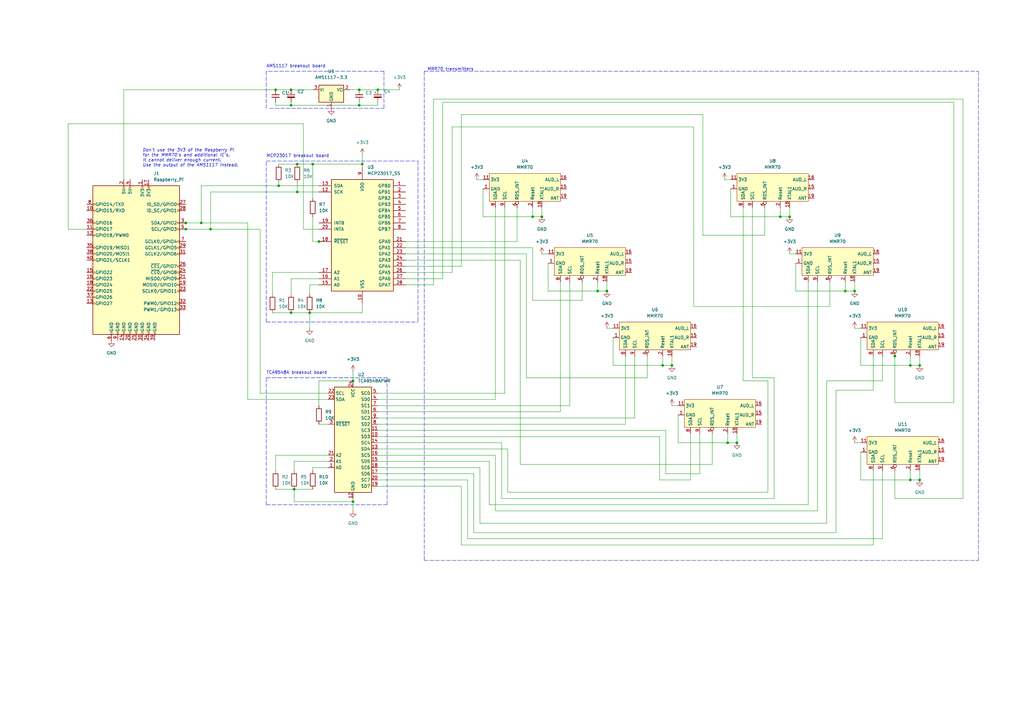
<source format=kicad_sch>
(kicad_sch (version 20211123) (generator eeschema)
  (paper "A3")
  (title_block (title "MultiFMBerry") (date "2022-02-06") (comment 1 "https://github.com/johanmz/FMBerry"))
  (lib_symbols
    (symbol "Connector:Raspberry_Pi_2_3" (pin_names (offset 1.016))
      (property "Reference" "J" (at -17.78 31.75 0))
      (property "Value" "Raspberry_Pi_2_3" (at 10.16 -31.75 0))
      (symbol "Raspberry_Pi_2_3_0_1"
        (rectangle (start -17.78 30.48) (end 17.78 -30.48) (stroke (width 0.254)) (fill (type background)))
      )
      (symbol "Raspberry_Pi_2_3_1_1"
        (rectangle (start -16.891 -17.526) (end -17.78 -18.034))
        (rectangle (start -16.891 -14.986) (end -17.78 -15.494))
        (rectangle (start -16.891 -12.446) (end -17.78 -12.954))
        (rectangle (start -16.891 -9.906) (end -17.78 -10.414))
        (rectangle (start -16.891 -7.366) (end -17.78 -7.874))
        (rectangle (start -16.891 -4.826) (end -17.78 -5.334))
        (rectangle (start -16.891 0.254) (end -17.78 -0.254))
        (rectangle (start -16.891 2.794) (end -17.78 2.286))
        (rectangle (start -16.891 5.334) (end -17.78 4.826))
        (rectangle (start -16.891 10.414) (end -17.78 9.906))
        (rectangle (start -16.891 12.954) (end -17.78 12.446))
        (rectangle (start -16.891 15.494) (end -17.78 14.986))
        (rectangle (start -16.891 20.574) (end -17.78 20.066))
        (rectangle (start -16.891 23.114) (end -17.78 22.606))
        (rectangle (start -10.414 -29.591) (end -9.906 -30.48))
        (rectangle (start -7.874 -29.591) (end -7.366 -30.48))
        (rectangle (start -5.334 -29.591) (end -4.826 -30.48))
        (rectangle (start -5.334 30.48) (end -4.826 29.591))
        (rectangle (start -2.794 -29.591) (end -2.286 -30.48))
        (rectangle (start -2.794 30.48) (end -2.286 29.591))
        (rectangle (start -0.254 -29.591) (end 0.254 -30.48))
        (rectangle (start 2.286 -29.591) (end 2.794 -30.48))
        (rectangle (start 2.286 30.48) (end 2.794 29.591))
        (rectangle (start 4.826 -29.591) (end 5.334 -30.48))
        (rectangle (start 4.826 30.48) (end 5.334 29.591))
        (rectangle (start 7.366 -29.591) (end 7.874 -30.48))
        (rectangle (start 17.78 -20.066) (end 16.891 -20.574))
        (rectangle (start 17.78 -17.526) (end 16.891 -18.034))
        (rectangle (start 17.78 -12.446) (end 16.891 -12.954))
        (rectangle (start 17.78 -9.906) (end 16.891 -10.414))
        (rectangle (start 17.78 -7.366) (end 16.891 -7.874))
        (rectangle (start 17.78 -4.826) (end 16.891 -5.334))
        (rectangle (start 17.78 -2.286) (end 16.891 -2.794))
        (rectangle (start 17.78 2.794) (end 16.891 2.286))
        (rectangle (start 17.78 5.334) (end 16.891 4.826))
        (rectangle (start 17.78 7.874) (end 16.891 7.366))
        (rectangle (start 17.78 12.954) (end 16.891 12.446))
        (rectangle (start 17.78 15.494) (end 16.891 14.986))
        (rectangle (start 17.78 20.574) (end 16.891 20.066))
        (rectangle (start 17.78 23.114) (end 16.891 22.606))
        (pin power_in line (at 2.54 33.02 270) (length 2.54) (name "3V3") (number "1"))
        (pin bidirectional line (at -20.32 20.32 0) (length 2.54) (name "GPIO15/RXD") (number "10"))
        (pin bidirectional line (at -20.32 12.7 0) (length 2.54) (name "GPIO17") (number "11"))
        (pin bidirectional line (at -20.32 10.16 0) (length 2.54) (name "GPIO18/PWM0") (number "12"))
        (pin bidirectional line (at -20.32 -17.78 0) (length 2.54) (name "GPIO27") (number "13"))
        (pin power_in line (at -5.08 -33.02 90) (length 2.54) (name "GND") (number "14"))
        (pin bidirectional line (at -20.32 -5.08 0) (length 2.54) (name "GPIO22") (number "15"))
        (pin bidirectional line (at -20.32 -7.62 0) (length 2.54) (name "GPIO23") (number "16"))
        (pin power_in line (at 5.08 33.02 270) (length 2.54) (name "3V3") (number "17"))
        (pin bidirectional line (at -20.32 -10.16 0) (length 2.54) (name "GPIO24") (number "18"))
        (pin bidirectional line (at 20.32 -10.16 180) (length 2.54) (name "MOSI0/GPIO10") (number "19"))
        (pin power_in line (at -5.08 33.02 270) (length 2.54) (name "5V") (number "2"))
        (pin power_in line (at -2.54 -33.02 90) (length 2.54) (name "GND") (number "20"))
        (pin bidirectional line (at 20.32 -7.62 180) (length 2.54) (name "MISO0/GPIO9") (number "21"))
        (pin bidirectional line (at -20.32 -12.7 0) (length 2.54) (name "GPIO25") (number "22"))
        (pin bidirectional line (at 20.32 -12.7 180) (length 2.54) (name "SCLK0/GPIO11") (number "23"))
        (pin bidirectional line (at 20.32 -5.08 180) (length 2.54) (name "~{CE0}/GPIO8") (number "24"))
        (pin power_in line (at 0 -33.02 90) (length 2.54) (name "GND") (number "25"))
        (pin bidirectional line (at 20.32 -2.54 180) (length 2.54) (name "~{CE1}/GPIO7") (number "26"))
        (pin bidirectional line (at 20.32 22.86 180) (length 2.54) (name "ID_SD/GPIO0") (number "27"))
        (pin bidirectional line (at 20.32 20.32 180) (length 2.54) (name "ID_SC/GPIO1") (number "28"))
        (pin bidirectional line (at 20.32 5.08 180) (length 2.54) (name "GCLK1/GPIO5") (number "29"))
        (pin bidirectional line (at 20.32 15.24 180) (length 2.54) (name "SDA/GPIO2") (number "3"))
        (pin power_in line (at 2.54 -33.02 90) (length 2.54) (name "GND") (number "30"))
        (pin bidirectional line (at 20.32 2.54 180) (length 2.54) (name "GCLK2/GPIO6") (number "31"))
        (pin bidirectional line (at 20.32 -17.78 180) (length 2.54) (name "PWM0/GPIO12") (number "32"))
        (pin bidirectional line (at 20.32 -20.32 180) (length 2.54) (name "PWM1/GPIO13") (number "33"))
        (pin power_in line (at 5.08 -33.02 90) (length 2.54) (name "GND") (number "34"))
        (pin bidirectional line (at -20.32 5.08 0) (length 2.54) (name "GPIO19/MISO1") (number "35"))
        (pin bidirectional line (at -20.32 15.24 0) (length 2.54) (name "GPIO16") (number "36"))
        (pin bidirectional line (at -20.32 -15.24 0) (length 2.54) (name "GPIO26") (number "37"))
        (pin bidirectional line (at -20.32 2.54 0) (length 2.54) (name "GPIO20/MOSI1") (number "38"))
        (pin power_in line (at 7.62 -33.02 90) (length 2.54) (name "GND") (number "39"))
        (pin power_in line (at -2.54 33.02 270) (length 2.54) (name "5V") (number "4"))
        (pin bidirectional line (at -20.32 0 0) (length 2.54) (name "GPIO21/SCLK1") (number "40"))
        (pin bidirectional line (at 20.32 12.7 180) (length 2.54) (name "SCL/GPIO3") (number "5"))
        (pin power_in line (at -10.16 -33.02 90) (length 2.54) (name "GND") (number "6"))
        (pin bidirectional line (at 20.32 7.62 180) (length 2.54) (name "GCLK0/GPIO4") (number "7"))
        (pin bidirectional line (at -20.32 22.86 0) (length 2.54) (name "GPIO14/TXD") (number "8"))
        (pin power_in line (at -7.62 -33.02 90) (length 2.54) (name "GND") (number "9"))
      )
    )
    (symbol "Device:C_Polarized_Small" (pin_numbers hide) (pin_names (offset 0.254) hide)
      (property "Reference" "C" (at 0.254 1.778 0))
      (property "Value" "C_Polarized_Small" (at 0.254 -2.032 0))
      (symbol "C_Polarized_Small_0_1"
        (rectangle (start -1.524 -0.3048) (end 1.524 -0.6858) (fill (type outline)))
        (rectangle (start -1.524 0.6858) (end 1.524 0.3048))
        (polyline (pts (xy -1.27 1.524) (xy -0.762 1.524)))
        (polyline (pts (xy -1.016 1.27) (xy -1.016 1.778)))
      )
      (symbol "C_Polarized_Small_1_1"
        (pin passive line (at 0 2.54 270) (length 1.8542) (name "~") (number "1"))
        (pin passive line (at 0 -2.54 90) (length 1.8542) (name "~") (number "2"))
      )
    )
    (symbol "Device:C_Small" (pin_numbers hide) (pin_names (offset 0.254) hide)
      (property "Reference" "C" (at 0.254 1.778 0))
      (property "Value" "C_Small" (at 0.254 -2.032 0))
      (symbol "C_Small_0_1"
        (polyline (pts (xy -1.524 -0.508) (xy 1.524 -0.508)) (stroke (width 0.3302)))
        (polyline (pts (xy -1.524 0.508) (xy 1.524 0.508)) (stroke (width 0.3048)))
      )
      (symbol "C_Small_1_1"
        (pin passive line (at 0 2.54 270) (length 2.032) (name "~") (number "1"))
        (pin passive line (at 0 -2.54 90) (length 2.032) (name "~") (number "2"))
      )
    )
    (symbol "Device:R" (pin_numbers hide) (pin_names (offset 0))
      (property "Reference" "R" (at 2.032 0 90))
      (property "Value" "R" (at 0 0 90))
      (symbol "R_0_1"
        (rectangle (start -1.016 -2.54) (end 1.016 2.54) (stroke (width 0.254)))
      )
      (symbol "R_1_1"
        (pin passive line (at 0 3.81 270) (length 1.27) (name "~") (number "1"))
        (pin passive line (at 0 -3.81 90) (length 1.27) (name "~") (number "2"))
      )
    )
    (symbol "Interface_Expansion:MCP23017_SS" (pin_names (offset 1.016))
      (property "Reference" "U" (at -11.43 24.13 0))
      (property "Value" "MCP23017_SS" (at 0 0 0))
      (symbol "MCP23017_SS_0_1"
        (rectangle (start -12.7 22.86) (end 12.7 -22.86) (stroke (width 0.254)) (fill (type background)))
      )
      (symbol "MCP23017_SS_1_1"
        (pin bidirectional line (at 17.78 20.32 180) (length 5.08) (name "GPB0") (number "1"))
        (pin power_in line (at 0 -27.94 90) (length 5.08) (name "VSS") (number "10"))
        (pin no_connect line (at -12.7 15.24 0) (length 5.08) hide (name "NC") (number "11"))
        (pin input line (at -17.78 17.78 0) (length 5.08) (name "SCK") (number "12"))
        (pin bidirectional line (at -17.78 20.32 0) (length 5.08) (name "SDA") (number "13"))
        (pin no_connect line (at -12.7 12.7 0) (length 5.08) hide (name "NC") (number "14"))
        (pin input line (at -17.78 -20.32 0) (length 5.08) (name "A0") (number "15"))
        (pin input line (at -17.78 -17.78 0) (length 5.08) (name "A1") (number "16"))
        (pin input line (at -17.78 -15.24 0) (length 5.08) (name "A2") (number "17"))
        (pin input line (at -17.78 -2.54 0) (length 5.08) (name "~{RESET}") (number "18"))
        (pin tri_state line (at -17.78 5.08 0) (length 5.08) (name "INTB") (number "19"))
        (pin bidirectional line (at 17.78 17.78 180) (length 5.08) (name "GPB1") (number "2"))
        (pin tri_state line (at -17.78 2.54 0) (length 5.08) (name "INTA") (number "20"))
        (pin bidirectional line (at 17.78 -2.54 180) (length 5.08) (name "GPA0") (number "21"))
        (pin bidirectional line (at 17.78 -5.08 180) (length 5.08) (name "GPA1") (number "22"))
        (pin bidirectional line (at 17.78 -7.62 180) (length 5.08) (name "GPA2") (number "23"))
        (pin bidirectional line (at 17.78 -10.16 180) (length 5.08) (name "GPA3") (number "24"))
        (pin bidirectional line (at 17.78 -12.7 180) (length 5.08) (name "GPA4") (number "25"))
        (pin bidirectional line (at 17.78 -15.24 180) (length 5.08) (name "GPA5") (number "26"))
        (pin bidirectional line (at 17.78 -17.78 180) (length 5.08) (name "GPA6") (number "27"))
        (pin bidirectional line (at 17.78 -20.32 180) (length 5.08) (name "GPA7") (number "28"))
        (pin bidirectional line (at 17.78 15.24 180) (length 5.08) (name "GPB2") (number "3"))
        (pin bidirectional line (at 17.78 12.7 180) (length 5.08) (name "GPB3") (number "4"))
        (pin bidirectional line (at 17.78 10.16 180) (length 5.08) (name "GPB4") (number "5"))
        (pin bidirectional line (at 17.78 7.62 180) (length 5.08) (name "GPB5") (number "6"))
        (pin bidirectional line (at 17.78 5.08 180) (length 5.08) (name "GPB6") (number "7"))
        (pin bidirectional line (at 17.78 2.54 180) (length 5.08) (name "GPB7") (number "8"))
        (pin power_in line (at 0 27.94 270) (length 5.08) (name "VDD") (number "9"))
      )
    )
    (symbol "Interface_Expansion:TCA9548APWR"
      (property "Reference" "U" (at -7.62 21.59 0))
      (property "Value" "TCA9548APWR" (at 1.016 21.59 0))
      (symbol "TCA9548APWR_0_1"
        (rectangle (start -7.62 20.32) (end 7.62 -22.86) (stroke (width 0.254)) (fill (type background)))
      )
      (symbol "TCA9548APWR_1_1"
        (pin input line (at -10.16 -12.7 0) (length 2.54) (name "A0") (number "1"))
        (pin bidirectional line (at 10.16 0 180) (length 2.54) (name "SD3") (number "10"))
        (pin output line (at 10.16 2.54 180) (length 2.54) (name "SC3") (number "11"))
        (pin power_in line (at 0 -25.4 90) (length 2.54) (name "GND") (number "12"))
        (pin bidirectional line (at 10.16 -5.08 180) (length 2.54) (name "SD4") (number "13"))
        (pin output line (at 10.16 -2.54 180) (length 2.54) (name "SC4") (number "14"))
        (pin bidirectional line (at 10.16 -10.16 180) (length 2.54) (name "SD5") (number "15"))
        (pin output line (at 10.16 -7.62 180) (length 2.54) (name "SC5") (number "16"))
        (pin bidirectional line (at 10.16 -15.24 180) (length 2.54) (name "SD6") (number "17"))
        (pin output line (at 10.16 -12.7 180) (length 2.54) (name "SC6") (number "18"))
        (pin bidirectional line (at 10.16 -20.32 180) (length 2.54) (name "SD7") (number "19"))
        (pin input line (at -10.16 -10.16 0) (length 2.54) (name "A1") (number "2"))
        (pin output line (at 10.16 -17.78 180) (length 2.54) (name "SC7") (number "20"))
        (pin input line (at -10.16 -7.62 0) (length 2.54) (name "A2") (number "21"))
        (pin input line (at -10.16 17.78 0) (length 2.54) (name "SCL") (number "22"))
        (pin bidirectional line (at -10.16 15.24 0) (length 2.54) (name "SDA") (number "23"))
        (pin power_in line (at 0 22.86 270) (length 2.54) (name "VCC") (number "24"))
        (pin input line (at -10.16 5.08 0) (length 2.54) (name "~{RESET}") (number "3"))
        (pin bidirectional line (at 10.16 15.24 180) (length 2.54) (name "SD0") (number "4"))
        (pin output line (at 10.16 17.78 180) (length 2.54) (name "SC0") (number "5"))
        (pin bidirectional line (at 10.16 10.16 180) (length 2.54) (name "SD1") (number "6"))
        (pin output line (at 10.16 12.7 180) (length 2.54) (name "SC1") (number "7"))
        (pin bidirectional line (at 10.16 5.08 180) (length 2.54) (name "SD2") (number "8"))
        (pin output line (at 10.16 7.62 180) (length 2.54) (name "SC2") (number "9"))
      )
    )
    (symbol "Regulator_Linear:AMS1117-3.3" (pin_names (offset 0.254))
      (property "Reference" "U" (at -3.81 3.175 0))
      (property "Value" "AMS1117-3.3" (at 0 3.175 0))
      (symbol "AMS1117-3.3_0_1"
        (rectangle (start -5.08 -5.08) (end 5.08 1.905) (stroke (width 0.254)) (fill (type background)))
      )
      (symbol "AMS1117-3.3_1_1"
        (pin power_in line (at 0 -7.62 90) (length 2.54) (name "GND") (number "1"))
        (pin power_out line (at 7.62 0 180) (length 2.54) (name "VO") (number "2"))
        (pin power_in line (at -7.62 0 0) (length 2.54) (name "VI") (number "3"))
      )
    )
    (symbol "multifmberry_Library:MRR70"
      (property "Reference" "U" (at 13.97 -3.81 0))
      (property "Value" "MRR70" (at 7.62 -3.81 0))
      (symbol "MRR70_0_1"
        (rectangle (start 5.08 -6.35) (end 34.29 -17.78) (fill (type background)))
      )
      (symbol "MRR70_1_1"
        (pin power_in line (at 2.54 -12.7 0) (length 2.54) (name "GND") (number "1"))
        (pin power_in line (at 2.54 -8.89 0) (length 2.54) (name "3V3") (number "11"))
        (pin input line (at 36.83 -12.7 180) (length 2.54) (name "AUD_R") (number "15"))
        (pin input line (at 36.83 -8.89 180) (length 2.54) (name "AUD_L") (number "16"))
        (pin input line (at 26.67 -20.32 90) (length 2.54) (name "XTAL1") (number "18"))
        (pin output line (at 36.83 -16.51 180) (length 2.54) (name "ANT") (number "19"))
        (pin input line (at 22.86 -20.32 90) (length 2.54) (name "Reset") (number "2"))
        (pin output inverted (at 16.51 -20.32 90) (length 2.54) (name "RDS_INT") (number "6"))
        (pin input line (at 7.62 -20.32 90) (length 2.54) (name "SDA") (number "8"))
        (pin input line (at 11.43 -20.32 90) (length 2.54) (name "SCL") (number "9"))
      )
    )
    (symbol "power:+3.3V" (power) (pin_names (offset 0))
      (property "Value" "+3.3V" (at 0 3.556 0))
      (symbol "+3.3V_0_1"
        (polyline (pts (xy -0.762 1.27) (xy 0 2.54)))
        (polyline (pts (xy 0 0) (xy 0 2.54)))
        (polyline (pts (xy 0 2.54) (xy 0.762 1.27)))
      )
      (symbol "+3.3V_1_1"
        (pin power_in line (at 0 0 90) (length 0) hide (name "+3V3") (number "1"))
      )
    )
    (symbol "power:GND" (power) (pin_names (offset 0))
      (property "Value" "GND" (at 0 -3.81 0))
      (symbol "GND_0_1"
        (polyline (pts (xy 0 0) (xy 0 -1.27) (xy 1.27 -1.27) (xy 0 -2.54) (xy -1.27 -1.27) (xy 0 -1.27)))
      )
      (symbol "GND_1_1"
        (pin power_in line (at 0 0 270) (length 0) hide (name "GND") (number "1"))
      )
    )
  )
  (junction (at 271.78 149.86))
  (junction (at 120.65 200.66))
  (junction (at 130.81 99.06))
  (junction (at 121.92 67.31))
  (junction (at 154.94 36.83))
  (junction (at 147.32 43.18))
  (junction (at 76.2 93.98))
  (junction (at 346.71 119.38))
  (junction (at 222.25 88.9))
  (junction (at 245.11 119.38))
  (junction (at 377.19 149.86))
  (junction (at 144.78 205.74))
  (junction (at 367.03 146.05))
  (junction (at 144.78 156.21))
  (junction (at 320.04 88.9))
  (junction (at 119.38 128.27))
  (junction (at 323.85 88.9))
  (junction (at 350.52 119.38))
  (junction (at 373.38 196.85))
  (junction (at 127 128.27))
  (junction (at 148.59 67.31))
  (junction (at 147.32 36.83))
  (junction (at 119.38 36.83))
  (junction (at 76.2 91.44))
  (junction (at 86.36 93.98))
  (junction (at 82.55 91.44))
  (junction (at 114.3 76.2))
  (junction (at 121.92 78.74))
  (junction (at 119.38 43.18))
  (junction (at 275.59 149.86))
  (junction (at 218.44 88.9))
  (junction (at 373.38 149.86))
  (junction (at 377.19 196.85))
  (junction (at 298.45 181.61))
  (junction (at 248.92 119.38))
  (junction (at 113.03 36.83))
  (junction (at 302.26 181.61))
  (junction (at 128.27 67.31))
  (wire (pts (xy 144.78 152.4) (xy 144.78 156.21)))
  (wire (pts (xy 298.45 181.61) (xy 302.26 181.61)))
  (wire (pts (xy 213.36 190.5) (xy 292.1 190.5)))
  (wire (pts (xy 233.68 166.37) (xy 154.94 166.37)))
  (polyline (pts (xy 157.48 44.45) (xy 157.48 29.21)))
  (wire (pts (xy 106.68 93.98) (xy 106.68 161.29)))
  (wire (pts (xy 127 116.84) (xy 130.81 116.84)))
  (wire (pts (xy 111.76 111.76) (xy 111.76 120.65)))
  (wire (pts (xy 27.94 93.98) (xy 27.94 50.8)))
  (wire (pts (xy 82.55 76.2) (xy 114.3 76.2)))
  (wire (pts (xy 256.54 173.99) (xy 256.54 146.05)))
  (wire (pts (xy 166.37 99.06) (xy 212.09 99.06)))
  (wire (pts (xy 391.16 165.1) (xy 391.16 41.91)))
  (wire (pts (xy 147.32 43.18) (xy 154.94 43.18)))
  (wire (pts (xy 113.03 186.69) (xy 134.62 186.69)))
  (wire (pts (xy 358.14 223.52) (xy 358.14 193.04)))
  (wire (pts (xy 113.03 186.69) (xy 113.03 193.04)))
  (wire (pts (xy 128.27 88.9) (xy 128.27 99.06)))
  (polyline (pts (xy 173.99 229.87) (xy 401.32 229.87)))
  (wire (pts (xy 148.59 128.27) (xy 148.59 124.46)))
  (wire (pts (xy 275.59 166.37) (xy 278.13 166.37)))
  (wire (pts (xy 128.27 191.77) (xy 128.27 193.04)))
  (wire (pts (xy 361.95 156.21) (xy 361.95 146.05)))
  (wire (pts (xy 73.66 91.44) (xy 76.2 91.44)))
  (wire (pts (xy 308.61 85.09) (xy 308.61 154.94)))
  (wire (pts (xy 76.2 93.98) (xy 86.36 93.98)))
  (wire (pts (xy 113.03 200.66) (xy 120.65 200.66)))
  (wire (pts (xy 130.81 173.99) (xy 134.62 173.99)))
  (wire (pts (xy 143.51 36.83) (xy 147.32 36.83)))
  (wire (pts (xy 342.9 218.44) (xy 342.9 160.02)))
  (wire (pts (xy 200.66 207.01) (xy 200.66 189.23)))
  (wire (pts (xy 166.37 104.14) (xy 215.9 104.14)))
  (wire (pts (xy 278.13 181.61) (xy 298.45 181.61)))
  (wire (pts (xy 218.44 88.9) (xy 218.44 85.09)))
  (wire (pts (xy 287.02 194.31) (xy 287.02 177.8)))
  (wire (pts (xy 82.55 91.44) (xy 101.6 91.44)))
  (wire (pts (xy 128.27 81.28) (xy 128.27 67.31)))
  (wire (pts (xy 326.39 107.95) (xy 326.39 119.38)))
  (wire (pts (xy 222.25 104.14) (xy 224.79 104.14)))
  (wire (pts (xy 119.38 114.3) (xy 130.81 114.3)))
  (wire (pts (xy 148.59 67.31) (xy 148.59 68.58)))
  (wire (pts (xy 154.94 191.77) (xy 196.85 191.77)))
  (polyline (pts (xy 173.99 29.21) (xy 401.32 29.21)))
  (wire (pts (xy 283.21 196.85) (xy 283.21 177.8)))
  (wire (pts (xy 154.94 168.91) (xy 229.87 168.91)))
  (wire (pts (xy 326.39 119.38) (xy 346.71 119.38)))
  (wire (pts (xy 373.38 149.86) (xy 373.38 146.05)))
  (wire (pts (xy 185.42 52.07) (xy 185.42 111.76)))
  (wire (pts (xy 284.48 125.73) (xy 284.48 52.07)))
  (wire (pts (xy 218.44 88.9) (xy 222.25 88.9)))
  (wire (pts (xy 331.47 115.57) (xy 331.47 207.01)))
  (wire (pts (xy 200.66 189.23) (xy 154.94 189.23)))
  (wire (pts (xy 185.42 111.76) (xy 166.37 111.76)))
  (wire (pts (xy 166.37 109.22) (xy 189.23 109.22)))
  (wire (pts (xy 113.03 41.91) (xy 113.03 43.18)))
  (wire (pts (xy 367.03 144.78) (xy 367.03 146.05)))
  (wire (pts (xy 111.76 111.76) (xy 130.81 111.76)))
  (wire (pts (xy 154.94 173.99) (xy 256.54 173.99)))
  (wire (pts (xy 73.66 93.98) (xy 76.2 93.98)))
  (wire (pts (xy 207.01 161.29) (xy 207.01 85.09)))
  (wire (pts (xy 218.44 123.19) (xy 238.76 123.19)))
  (wire (pts (xy 273.05 176.53) (xy 273.05 194.31)))
  (wire (pts (xy 367.03 204.47) (xy 394.97 204.47)))
  (polyline (pts (xy 158.75 154.94) (xy 158.75 207.01)))
  (wire (pts (xy 147.32 41.91) (xy 147.32 43.18)))
  (wire (pts (xy 120.65 189.23) (xy 120.65 193.04)))
  (wire (pts (xy 154.94 41.91) (xy 154.94 43.18)))
  (polyline (pts (xy 109.22 132.08) (xy 171.45 132.08)))
  (wire (pts (xy 121.92 74.93) (xy 121.92 78.74)))
  (wire (pts (xy 124.46 93.98) (xy 130.81 93.98)))
  (wire (pts (xy 273.05 194.31) (xy 287.02 194.31)))
  (wire (pts (xy 218.44 101.6) (xy 218.44 123.19)))
  (wire (pts (xy 394.97 40.64) (xy 177.8 40.64)))
  (wire (pts (xy 215.9 154.94) (xy 265.43 154.94)))
  (wire (pts (xy 213.36 106.68) (xy 213.36 190.5)))
  (wire (pts (xy 245.11 119.38) (xy 245.11 115.57)))
  (wire (pts (xy 154.94 163.83) (xy 203.2 163.83)))
  (wire (pts (xy 320.04 88.9) (xy 323.85 88.9)))
  (wire (pts (xy 195.58 73.66) (xy 198.12 73.66)))
  (wire (pts (xy 128.27 99.06) (xy 130.81 99.06)))
  (wire (pts (xy 335.28 209.55) (xy 203.2 209.55)))
  (wire (pts (xy 340.36 115.57) (xy 340.36 125.73)))
  (wire (pts (xy 323.85 85.09) (xy 323.85 88.9)))
  (wire (pts (xy 350.52 181.61) (xy 353.06 181.61)))
  (polyline (pts (xy 109.22 66.04) (xy 171.45 66.04)))
  (wire (pts (xy 198.12 88.9) (xy 218.44 88.9)))
  (wire (pts (xy 134.62 191.77) (xy 128.27 191.77)))
  (wire (pts (xy 128.27 67.31) (xy 148.59 67.31)))
  (wire (pts (xy 166.37 101.6) (xy 218.44 101.6)))
  (wire (pts (xy 297.18 73.66) (xy 299.72 73.66)))
  (wire (pts (xy 191.77 220.98) (xy 361.95 220.98)))
  (wire (pts (xy 203.2 163.83) (xy 203.2 85.09)))
  (polyline (pts (xy 110.49 44.45) (xy 157.48 44.45)))
  (wire (pts (xy 191.77 196.85) (xy 191.77 220.98)))
  (wire (pts (xy 313.69 85.09) (xy 313.69 96.52)))
  (wire (pts (xy 278.13 170.18) (xy 278.13 181.61)))
  (wire (pts (xy 189.23 199.39) (xy 189.23 223.52)))
  (wire (pts (xy 144.78 209.55) (xy 144.78 205.74)))
  (wire (pts (xy 317.5 154.94) (xy 317.5 204.47)))
  (wire (pts (xy 299.72 77.47) (xy 299.72 88.9)))
  (wire (pts (xy 154.94 36.83) (xy 154.94 38.1)))
  (wire (pts (xy 101.6 163.83) (xy 134.62 163.83)))
  (polyline (pts (xy 109.22 29.21) (xy 109.22 44.45)))
  (wire (pts (xy 198.12 77.47) (xy 198.12 88.9)))
  (wire (pts (xy 119.38 43.18) (xy 147.32 43.18)))
  (wire (pts (xy 134.62 189.23) (xy 120.65 189.23)))
  (wire (pts (xy 147.32 36.83) (xy 154.94 36.83)))
  (wire (pts (xy 377.19 146.05) (xy 377.19 149.86)))
  (wire (pts (xy 119.38 36.83) (xy 128.27 36.83)))
  (wire (pts (xy 194.31 194.31) (xy 194.31 218.44)))
  (wire (pts (xy 205.74 204.47) (xy 205.74 181.61)))
  (wire (pts (xy 196.85 214.63) (xy 339.09 214.63)))
  (wire (pts (xy 377.19 193.04) (xy 377.19 196.85)))
  (wire (pts (xy 260.35 171.45) (xy 260.35 146.05)))
  (wire (pts (xy 251.46 138.43) (xy 251.46 149.86)))
  (wire (pts (xy 358.14 160.02) (xy 358.14 146.05)))
  (wire (pts (xy 314.96 156.21) (xy 314.96 201.93)))
  (wire (pts (xy 302.26 177.8) (xy 302.26 181.61)))
  (wire (pts (xy 127 116.84) (xy 127 120.65)))
  (wire (pts (xy 346.71 119.38) (xy 350.52 119.38)))
  (wire (pts (xy 154.94 196.85) (xy 191.77 196.85)))
  (wire (pts (xy 154.94 181.61) (xy 205.74 181.61)))
  (wire (pts (xy 238.76 123.19) (xy 238.76 115.57)))
  (wire (pts (xy 154.94 36.83) (xy 163.83 36.83)))
  (wire (pts (xy 367.03 165.1) (xy 391.16 165.1)))
  (wire (pts (xy 120.65 205.74) (xy 144.78 205.74)))
  (wire (pts (xy 222.25 85.09) (xy 222.25 88.9)))
  (wire (pts (xy 121.92 78.74) (xy 130.81 78.74)))
  (wire (pts (xy 154.94 194.31) (xy 194.31 194.31)))
  (wire (pts (xy 189.23 46.99) (xy 189.23 109.22)))
  (wire (pts (xy 229.87 115.57) (xy 229.87 168.91)))
  (polyline (pts (xy 109.22 154.94) (xy 158.75 154.94)))
  (wire (pts (xy 270.51 179.07) (xy 270.51 196.85)))
  (wire (pts (xy 271.78 149.86) (xy 275.59 149.86)))
  (wire (pts (xy 314.96 201.93) (xy 208.28 201.93)))
  (wire (pts (xy 299.72 88.9) (xy 320.04 88.9)))
  (wire (pts (xy 154.94 171.45) (xy 260.35 171.45)))
  (wire (pts (xy 132.08 99.06) (xy 130.81 99.06)))
  (wire (pts (xy 292.1 190.5) (xy 292.1 177.8)))
  (wire (pts (xy 373.38 196.85) (xy 377.19 196.85)))
  (wire (pts (xy 248.92 115.57) (xy 248.92 119.38)))
  (polyline (pts (xy 109.22 132.08) (xy 109.22 66.04)))
  (wire (pts (xy 265.43 154.94) (xy 265.43 146.05)))
  (polyline (pts (xy 173.99 29.21) (xy 173.99 229.87)))
  (wire (pts (xy 271.78 149.86) (xy 271.78 146.05)))
  (wire (pts (xy 339.09 214.63) (xy 339.09 156.21)))
  (wire (pts (xy 177.8 40.64) (xy 177.8 116.84)))
  (polyline (pts (xy 109.22 207.01) (xy 109.22 154.94)))
  (wire (pts (xy 106.68 161.29) (xy 134.62 161.29)))
  (wire (pts (xy 331.47 207.01) (xy 200.66 207.01)))
  (wire (pts (xy 127 128.27) (xy 127 134.62)))
  (wire (pts (xy 208.28 201.93) (xy 208.28 184.15)))
  (wire (pts (xy 373.38 196.85) (xy 373.38 193.04)))
  (wire (pts (xy 154.94 161.29) (xy 207.01 161.29)))
  (wire (pts (xy 203.2 186.69) (xy 154.94 186.69)))
  (wire (pts (xy 323.85 104.14) (xy 326.39 104.14)))
  (wire (pts (xy 304.8 85.09) (xy 304.8 156.21)))
  (wire (pts (xy 317.5 204.47) (xy 205.74 204.47)))
  (wire (pts (xy 113.03 36.83) (xy 119.38 36.83)))
  (wire (pts (xy 308.61 154.94) (xy 317.5 154.94)))
  (polyline (pts (xy 157.48 29.21) (xy 109.22 29.21)))
  (polyline (pts (xy 401.32 229.87) (xy 401.32 29.21)))
  (wire (pts (xy 114.3 76.2) (xy 130.81 76.2)))
  (wire (pts (xy 233.68 115.57) (xy 233.68 166.37)))
  (polyline (pts (xy 171.45 66.04) (xy 171.45 132.08)))
  (wire (pts (xy 124.46 50.8) (xy 124.46 93.98)))
  (wire (pts (xy 194.31 218.44) (xy 342.9 218.44)))
  (wire (pts (xy 367.03 193.04) (xy 367.03 204.47)))
  (wire (pts (xy 288.29 96.52) (xy 288.29 46.99)))
  (wire (pts (xy 113.03 43.18) (xy 119.38 43.18)))
  (wire (pts (xy 298.45 181.61) (xy 298.45 177.8)))
  (wire (pts (xy 342.9 160.02) (xy 358.14 160.02)))
  (wire (pts (xy 203.2 209.55) (xy 203.2 186.69)))
  (wire (pts (xy 284.48 52.07) (xy 185.42 52.07)))
  (wire (pts (xy 121.92 67.31) (xy 128.27 67.31)))
  (wire (pts (xy 154.94 176.53) (xy 273.05 176.53)))
  (wire (pts (xy 148.59 63.5) (xy 148.59 67.31)))
  (wire (pts (xy 35.56 93.98) (xy 27.94 93.98)))
  (wire (pts (xy 350.52 134.62) (xy 353.06 134.62)))
  (wire (pts (xy 111.76 128.27) (xy 119.38 128.27)))
  (wire (pts (xy 166.37 106.68) (xy 213.36 106.68)))
  (wire (pts (xy 320.04 88.9) (xy 320.04 85.09)))
  (wire (pts (xy 361.95 193.04) (xy 361.95 220.98)))
  (wire (pts (xy 120.65 200.66) (xy 128.27 200.66)))
  (wire (pts (xy 154.94 179.07) (xy 270.51 179.07)))
  (wire (pts (xy 288.29 46.99) (xy 189.23 46.99)))
  (wire (pts (xy 353.06 138.43) (xy 353.06 149.86)))
  (wire (pts (xy 353.06 149.86) (xy 373.38 149.86)))
  (wire (pts (xy 86.36 93.98) (xy 106.68 93.98)))
  (wire (pts (xy 335.28 115.57) (xy 335.28 209.55)))
  (wire (pts (xy 224.79 107.95) (xy 224.79 119.38)))
  (wire (pts (xy 181.61 114.3) (xy 166.37 114.3)))
  (wire (pts (xy 196.85 191.77) (xy 196.85 214.63)))
  (wire (pts (xy 346.71 119.38) (xy 346.71 115.57)))
  (wire (pts (xy 215.9 104.14) (xy 215.9 154.94)))
  (wire (pts (xy 101.6 91.44) (xy 101.6 163.83)))
  (polyline (pts (xy 109.22 207.01) (xy 158.75 207.01)))
  (wire (pts (xy 304.8 156.21) (xy 314.96 156.21)))
  (wire (pts (xy 313.69 96.52) (xy 288.29 96.52)))
  (wire (pts (xy 212.09 85.09) (xy 212.09 99.06)))
  (wire (pts (xy 270.51 196.85) (xy 283.21 196.85)))
  (wire (pts (xy 340.36 125.73) (xy 284.48 125.73)))
  (wire (pts (xy 248.92 134.62) (xy 251.46 134.62)))
  (wire (pts (xy 353.06 196.85) (xy 373.38 196.85)))
  (wire (pts (xy 339.09 156.21) (xy 361.95 156.21)))
  (wire (pts (xy 114.3 74.93) (xy 114.3 76.2)))
  (wire (pts (xy 208.28 184.15) (xy 154.94 184.15)))
  (wire (pts (xy 27.94 50.8) (xy 124.46 50.8)))
  (wire (pts (xy 181.61 41.91) (xy 181.61 114.3)))
  (wire (pts (xy 76.2 91.44) (xy 82.55 91.44)))
  (wire (pts (xy 350.52 115.57) (xy 350.52 119.38)))
  (wire (pts (xy 50.8 36.83) (xy 113.03 36.83)))
  (wire (pts (xy 275.59 146.05) (xy 275.59 149.86)))
  (wire (pts (xy 251.46 149.86) (xy 271.78 149.86)))
  (wire (pts (xy 177.8 116.84) (xy 166.37 116.84)))
  (wire (pts (xy 86.36 93.98) (xy 86.36 78.74)))
  (wire (pts (xy 245.11 119.38) (xy 248.92 119.38)))
  (wire (pts (xy 224.79 119.38) (xy 245.11 119.38)))
  (wire (pts (xy 114.3 67.31) (xy 121.92 67.31)))
  (wire (pts (xy 391.16 41.91) (xy 181.61 41.91)))
  (wire (pts (xy 119.38 128.27) (xy 127 128.27)))
  (wire (pts (xy 394.97 204.47) (xy 394.97 40.64)))
  (wire (pts (xy 86.36 78.74) (xy 121.92 78.74)))
  (wire (pts (xy 189.23 223.52) (xy 358.14 223.52)))
  (wire (pts (xy 82.55 91.44) (xy 82.55 76.2)))
  (wire (pts (xy 353.06 185.42) (xy 353.06 196.85)))
  (wire (pts (xy 373.38 149.86) (xy 377.19 149.86)))
  (wire (pts (xy 119.38 114.3) (xy 119.38 120.65)))
  (wire (pts (xy 130.81 166.37) (xy 130.81 156.21)))
  (wire (pts (xy 119.38 41.91) (xy 119.38 43.18)))
  (wire (pts (xy 130.81 156.21) (xy 144.78 156.21)))
  (wire (pts (xy 154.94 199.39) (xy 189.23 199.39)))
  (wire (pts (xy 367.03 146.05) (xy 367.03 165.1)))
  (wire (pts (xy 50.8 73.66) (xy 50.8 36.83)))
  (wire (pts (xy 127 128.27) (xy 148.59 128.27)))
  (wire (pts (xy 144.78 205.74) (xy 144.78 204.47)))
  (wire (pts (xy 120.65 200.66) (xy 120.65 205.74)))
  (text "TCA9548A breakout board" (at 109.22 153.67 0) (effects (font (size 1.27 1.27)) (justify left bottom)))
  (text "AMS1117 breakout board" (at 109.22 27.94 0) (effects (font (size 1.27 1.27)) (justify left bottom)))
  (text "MCP23017 breakout board" (at 109.22 64.77 0) (effects (font (size 1.27 1.27)) (justify left bottom)))
  (text "MRR70 transmitters" (at 175.26 29.21 0) (effects (font (size 1.27 1.27)) (justify left bottom)))
  (text "Don't use the 3V3 of the Raspberry Pi\nfor the MMR70's and additional IC's.\nIt cannot deliver enough current.\nUse the output of the AMS1117 instead." (at 58.42 68.58 0) (effects (font (size 1.27 1.27) italic) (justify left bottom)))
  (symbol (lib_id "multifmberry_Library:MRR70") (at 350.52 125.73 0) (unit 1)
    (property "Reference" "U10" (at 370.205 127 0))
    (property "Value" "MMR70" (at 370.205 129.54 0))
  )
  (symbol (lib_id "power:GND") (at 377.19 149.86 0) (unit 1)
    (property "Reference" "#PWR023" (effects hide))
    (property "Value" "GND" (at 377.19 154.94 0))
  )
  (symbol (lib_id "Device:R") (at 128.27 196.85 0) (unit 1)
    (property "Reference" "R10" (at 130.81 195.5799 0) (effects (justify left)))
    (property "Value" "10K" (at 130.81 198.1199 0) (effects (justify left)))
  )
  (symbol (lib_id "Device:R") (at 114.3 71.12 0) (unit 1)
    (property "Reference" "R3" (at 116.84 69.8499 0) (effects (justify left)))
    (property "Value" "10K" (at 116.84 72.3899 0) (effects (justify left)))
  )
  (symbol (lib_id "power:+3.3V") (at 144.78 152.4 0) (unit 1)
    (property "Reference" "#PWR06" (effects hide))
    (property "Value" "+3.3V" (at 144.78 147.32 0))
  )
  (symbol (lib_id "Device:R") (at 119.38 124.46 0) (unit 1)
    (property "Reference" "R4" (at 121.92 123.1899 0) (effects (justify left)))
    (property "Value" "10K" (at 121.92 125.7299 0) (effects (justify left)))
  )
  (symbol (lib_id "Device:R") (at 128.27 85.09 0) (unit 1)
    (property "Reference" "R7" (at 130.81 83.8199 0) (effects (justify left)))
    (property "Value" "10K" (at 130.81 86.3599 0) (effects (justify left)))
  )
  (symbol (lib_id "power:GND") (at 275.59 149.86 0) (unit 1)
    (property "Reference" "#PWR015" (effects hide))
    (property "Value" "GND" (at 275.59 154.94 0))
  )
  (symbol (lib_id "power:GND") (at 323.85 88.9 0) (unit 1)
    (property "Reference" "#PWR019" (effects hide))
    (property "Value" "GND" (at 323.85 93.98 0))
  )
  (symbol (lib_id "multifmberry_Library:MRR70") (at 275.59 157.48 0) (unit 1)
    (property "Reference" "U7" (at 295.275 158.75 0))
    (property "Value" "MMR70" (at 295.275 161.29 0))
  )
  (symbol (lib_id "power:GND") (at 302.26 181.61 0) (unit 1)
    (property "Reference" "#PWR018" (effects hide))
    (property "Value" "GND" (at 302.26 186.69 0))
  )
  (symbol (lib_id "Device:R") (at 111.76 124.46 0) (unit 1)
    (property "Reference" "R1" (at 114.3 123.1899 0) (effects (justify left)))
    (property "Value" "10K" (at 114.3 125.7299 0) (effects (justify left)))
  )
  (symbol (lib_id "Device:C_Polarized_Small") (at 119.38 39.37 0) (unit 1)
    (property "Reference" "C2" (at 121.92 37.5538 0) (effects (justify left)))
    (property "Value" " " (at 121.92 40.0938 0) (effects (justify left)))
  )
  (symbol (lib_id "power:GND") (at 135.89 44.45 0) (unit 1)
    (property "Reference" "#PWR05" (effects hide))
    (property "Value" "GND" (at 135.89 49.53 0))
  )
  (symbol (lib_id "Regulator_Linear:AMS1117-3.3") (at 135.89 36.83 0) (unit 1)
    (property "Reference" "U1" (at 135.89 29.21 0))
    (property "Value" "AMS1117-3.3" (at 135.89 31.75 0))
    (property "Footprint" "Package_TO_SOT_SMD:SOT-223-3_TabPin2" (effects hide))
    (property "Datasheet" "http://www.advanced-monolithic.com/pdf/ds1117.pdf" (effects hide))
  )
  (symbol (lib_id "Interface_Expansion:TCA9548APWR") (at 144.78 179.07 0) (unit 1)
    (property "Reference" "U2" (at 146.7994 153.67 0) (effects (justify left)))
    (property "Value" "TCA9548APWR" (at 146.7994 156.21 0) (effects (justify left)))
    (property "Footprint" "Package_SO:TSSOP-24_4.4x7.8mm_P0.65mm" (effects hide))
    (property "Datasheet" "http://www.ti.com/lit/ds/symlink/tca9548a.pdf" (effects hide))
  )
  (symbol (lib_id "power:+3.3V") (at 350.52 134.62 0) (unit 1)
    (property "Reference" "#PWR022" (effects hide))
    (property "Value" "+3.3V" (at 350.52 129.54 0))
  )
  (symbol (lib_id "Connector:Raspberry_Pi_2_3") (at 55.88 106.68 0) (unit 1)
    (property "Reference" "J1" (at 62.9794 71.12 0) (effects (justify left)))
    (property "Value" "Raspberry_Pi" (at 62.9794 73.66 0) (effects (justify left)))
    (property "Datasheet" "https://www.raspberrypi.org/documentation/hardware/raspberrypi/schematics/rpi_SCH_3bplus_1p0_reduced.pdf" (effects hide))
  )
  (symbol (lib_id "power:+3.3V") (at 248.92 134.62 0) (unit 1)
    (property "Reference" "#PWR014" (effects hide))
    (property "Value" "+3.3V" (at 248.92 129.54 0))
  )
  (symbol (lib_id "Device:C_Polarized_Small") (at 154.94 39.37 0) (unit 1)
    (property "Reference" "C4" (at 157.48 37.5538 0) (effects (justify left)))
    (property "Value" " " (at 157.48 40.0938 0) (effects (justify left)))
  )
  (symbol (lib_id "Device:R") (at 113.03 196.85 0) (unit 1)
    (property "Reference" "R2" (at 115.57 195.5799 0) (effects (justify left)))
    (property "Value" "10K" (at 115.57 198.1199 0) (effects (justify left)))
  )
  (symbol (lib_id "Device:C_Small") (at 147.32 39.37 0) (unit 1)
    (property "Reference" "C3" (at 149.86 38.1062 0) (effects (justify left)))
    (property "Value" " " (at 149.86 40.6462 0) (effects (justify left)))
  )
  (symbol (lib_id "power:GND") (at 248.92 119.38 0) (unit 1)
    (property "Reference" "#PWR013" (effects hide))
    (property "Value" "GND" (at 248.92 124.46 0))
  )
  (symbol (lib_id "multifmberry_Library:MRR70") (at 323.85 95.25 0) (unit 1)
    (property "Reference" "U9" (at 343.535 96.52 0))
    (property "Value" "MMR70" (at 343.535 99.06 0))
  )
  (symbol (lib_id "power:+3.3V") (at 350.52 181.61 0) (unit 1)
    (property "Reference" "#PWR024" (effects hide))
    (property "Value" "+3.3V" (at 350.52 176.53 0))
  )
  (symbol (lib_id "multifmberry_Library:MRR70") (at 297.18 64.77 0) (unit 1)
    (property "Reference" "U8" (at 316.865 66.04 0))
    (property "Value" "MMR70" (at 316.865 68.58 0))
  )
  (symbol (lib_id "power:+3.3V") (at 148.59 63.5 0) (unit 1)
    (property "Reference" "#PWR08" (effects hide))
    (property "Value" "+3.3V" (at 148.59 58.42 0))
  )
  (symbol (lib_id "power:GND") (at 222.25 88.9 0) (unit 1)
    (property "Reference" "#PWR011" (effects hide))
    (property "Value" "GND" (at 222.25 93.98 0))
  )
  (symbol (lib_id "multifmberry_Library:MRR70") (at 195.58 64.77 0) (unit 1)
    (property "Reference" "U4" (at 215.265 66.04 0))
    (property "Value" "MMR70" (at 215.265 68.58 0))
  )
  (symbol (lib_id "power:+3.3V") (at 195.58 73.66 0) (unit 1)
    (property "Reference" "#PWR010" (effects hide))
    (property "Value" "+3.3V" (at 195.58 68.58 0))
  )
  (symbol (lib_id "power:GND") (at 45.72 139.7 0) (unit 1)
    (property "Reference" "#PWR01" (effects hide))
    (property "Value" "GND" (at 45.72 144.78 0))
  )
  (symbol (lib_id "power:+3.3V") (at 297.18 73.66 0) (unit 1)
    (property "Reference" "#PWR017" (effects hide))
    (property "Value" "+3.3V" (at 297.18 68.58 0))
  )
  (symbol (lib_id "Device:R") (at 127 124.46 0) (unit 1)
    (property "Reference" "R8" (at 129.54 123.1899 0) (effects (justify left)))
    (property "Value" "10K" (at 129.54 125.7299 0) (effects (justify left)))
  )
  (symbol (lib_id "power:+3.3V") (at 163.83 36.83 0) (unit 1)
    (property "Reference" "#PWR09" (effects hide))
    (property "Value" "+3.3V" (at 163.83 31.75 0))
  )
  (symbol (lib_id "power:+3.3V") (at 275.59 166.37 0) (unit 1)
    (property "Reference" "#PWR016" (effects hide))
    (property "Value" "+3.3V" (at 275.59 161.29 0))
  )
  (symbol (lib_id "Device:R") (at 120.65 196.85 0) (unit 1)
    (property "Reference" "R5" (at 123.19 195.5799 0) (effects (justify left)))
    (property "Value" "10K" (at 123.19 198.1199 0) (effects (justify left)))
  )
  (symbol (lib_id "power:GND") (at 127 134.62 0) (unit 1)
    (property "Reference" "#PWR04" (effects hide))
    (property "Value" "GND" (at 127 139.7 0))
  )
  (symbol (lib_id "Interface_Expansion:MCP23017_SS") (at 148.59 96.52 0) (unit 1)
    (property "Reference" "U3" (at 150.6094 68.58 0) (effects (justify left)))
    (property "Value" "MCP23017_SS" (at 150.6094 71.12 0) (effects (justify left)))
    (property "Footprint" "Package_SO:SSOP-28_5.3x10.2mm_P0.65mm" (effects hide))
    (property "Datasheet" "http://ww1.microchip.com/downloads/en/DeviceDoc/20001952C.pdf" (effects hide))
  )
  (symbol (lib_id "power:GND") (at 377.19 196.85 0) (unit 1)
    (property "Reference" "#PWR025" (effects hide))
    (property "Value" "GND" (at 377.19 201.93 0))
  )
  (symbol (lib_id "power:GND") (at 350.52 119.38 0) (unit 1)
    (property "Reference" "#PWR021" (effects hide))
    (property "Value" "GND" (at 350.52 124.46 0))
  )
  (symbol (lib_id "Device:R") (at 121.92 71.12 0) (unit 1)
    (property "Reference" "R6" (at 124.46 69.8499 0) (effects (justify left)))
    (property "Value" "10K" (at 124.46 72.3899 0) (effects (justify left)))
  )
  (symbol (lib_id "multifmberry_Library:MRR70") (at 222.25 95.25 0) (unit 1)
    (property "Reference" "U5" (at 241.935 96.52 0))
    (property "Value" "MMR70" (at 241.935 99.06 0))
  )
  (symbol (lib_id "multifmberry_Library:MRR70") (at 248.92 125.73 0) (unit 1)
    (property "Reference" "U6" (at 268.605 127 0))
    (property "Value" "MMR70" (at 268.605 129.54 0))
  )
  (symbol (lib_id "Device:C_Small") (at 113.03 39.37 0) (unit 1)
    (property "Reference" "C1" (at 115.57 38.1062 0) (effects (justify left)))
    (property "Value" " " (at 115.57 40.6462 0) (effects (justify left)))
  )
  (symbol (lib_id "Device:R") (at 130.81 170.18 0) (unit 1)
    (property "Reference" "R9" (at 133.35 168.9099 0) (effects (justify left)))
    (property "Value" "10K" (at 133.35 171.4499 0) (effects (justify left)))
  )
  (symbol (lib_id "power:+3.3V") (at 222.25 104.14 0) (unit 1)
    (property "Reference" "#PWR012" (effects hide))
    (property "Value" "+3.3V" (at 222.25 99.06 0))
  )
  (symbol (lib_id "power:+3.3V") (at 323.85 104.14 0) (unit 1)
    (property "Reference" "#PWR020" (effects hide))
    (property "Value" "+3.3V" (at 323.85 99.06 0))
  )
  (symbol (lib_id "multifmberry_Library:MRR70") (at 350.52 172.72 0) (unit 1)
    (property "Reference" "U11" (at 370.205 173.99 0))
    (property "Value" "MMR70" (at 370.205 176.53 0))
  )
  (symbol (lib_id "power:GND") (at 144.78 209.55 0) (unit 1)
    (property "Reference" "#PWR07" (effects hide))
    (property "Value" "GND" (at 144.78 214.63 0))
  )
)
</source>
